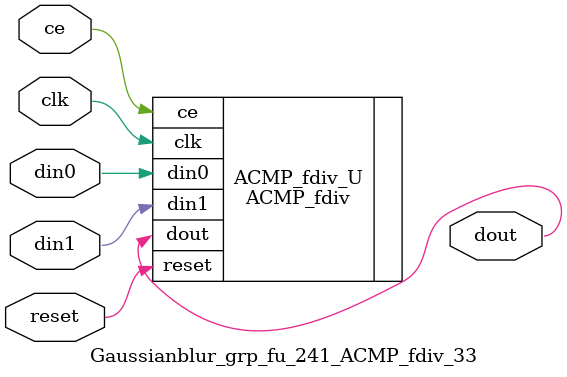
<source format=v>

`timescale 1 ns / 1 ps
module Gaussianblur_grp_fu_241_ACMP_fdiv_33(
    clk,
    reset,
    ce,
    din0,
    din1,
    dout);

parameter ID = 32'd1;
parameter NUM_STAGE = 32'd1;
parameter din0_WIDTH = 32'd1;
parameter din1_WIDTH = 32'd1;
parameter dout_WIDTH = 32'd1;
input clk;
input reset;
input ce;
input[din0_WIDTH - 1:0] din0;
input[din1_WIDTH - 1:0] din1;
output[dout_WIDTH - 1:0] dout;



ACMP_fdiv #(
.ID( ID ),
.NUM_STAGE( 10 ),
.din0_WIDTH( din0_WIDTH ),
.din1_WIDTH( din1_WIDTH ),
.dout_WIDTH( dout_WIDTH ))
ACMP_fdiv_U(
    .clk( clk ),
    .reset( reset ),
    .ce( ce ),
    .din0( din0 ),
    .din1( din1 ),
    .dout( dout ));

endmodule

</source>
